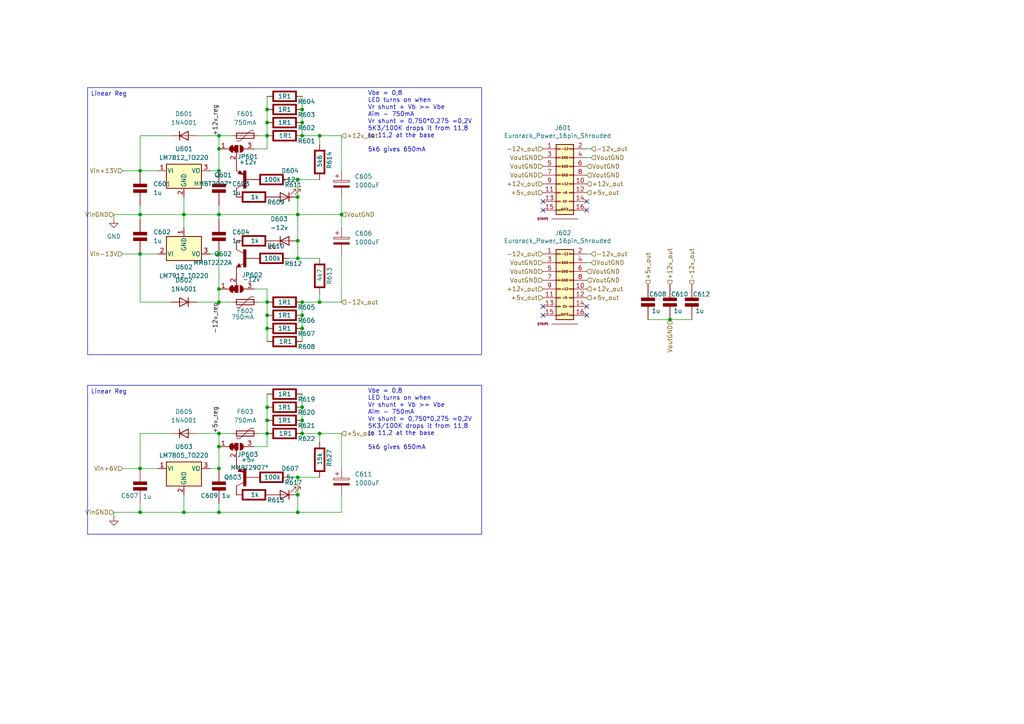
<source format=kicad_sch>
(kicad_sch (version 20231120) (generator "eeschema") (generator_version "8.0")
  (paper "A4")
  (lib_symbols
    (symbol "Device:C_Polarized" (pin_numbers hide) (pin_names (offset 0.254))
      (property "Reference" "C" (at 0.635 2.54 0))
      (property "Value" "C_Polarized" (at 0.635 -2.54 0))
      (symbol "C_Polarized_0_1"
        (rectangle (start -2.286 0.508) (end 2.286 1.016))
        (polyline (pts (xy -1.778 2.286) (xy -0.762 2.286)))
        (polyline (pts (xy -1.27 2.794) (xy -1.27 1.778)))
        (rectangle (start 2.286 -0.508) (end -2.286 -1.016) (fill (type outline)))
      )
      (symbol "C_Polarized_1_1"
        (pin passive line (at 0 3.81 270) (length 2.794) (name "~") (number "1"))
        (pin passive line (at 0 -3.81 90) (length 2.794) (name "~") (number "2"))
      )
    )
    (symbol "Device:LED" (pin_numbers hide) (pin_names (offset 1.016) hide)
      (property "Reference" "D" (at 0 2.54 0))
      (property "Value" "LED" (at 0 -2.54 0))
      (symbol "LED_0_1"
        (polyline (pts (xy -1.27 -1.27) (xy -1.27 1.27)) (stroke (width 0.254)))
        (polyline (pts (xy -1.27 0) (xy 1.27 0)))
        (polyline (pts (xy 1.27 -1.27) (xy 1.27 1.27) (xy -1.27 0) (xy 1.27 -1.27)) (stroke (width 0.254)))
        (polyline (pts (xy -3.048 -0.762) (xy -4.572 -2.286) (xy -3.81 -2.286) (xy -4.572 -2.286) (xy -4.572 -1.524)))
        (polyline (pts (xy -1.778 -0.762) (xy -3.302 -2.286) (xy -2.54 -2.286) (xy -3.302 -2.286) (xy -3.302 -1.524)))
      )
      (symbol "LED_1_1"
        (pin passive line (at -3.81 0 0) (length 2.54) (name "K") (number "1"))
        (pin passive line (at 3.81 0 180) (length 2.54) (name "A") (number "2"))
      )
    )
    (symbol "Device:Polyfuse" (pin_numbers hide) (pin_names (offset 0))
      (property "Reference" "F" (at -2.54 0 90))
      (property "Value" "Polyfuse" (at 2.54 0 90))
      (symbol "Polyfuse_0_1"
        (rectangle (start -0.762 2.54) (end 0.762 -2.54) (stroke (width 0.254)))
        (polyline (pts (xy 0 2.54) (xy 0 -2.54)))
        (polyline (pts (xy -1.524 2.54) (xy -1.524 1.524) (xy 1.524 -1.524) (xy 1.524 -2.54)))
      )
      (symbol "Polyfuse_1_1"
        (pin passive line (at 0 3.81 270) (length 1.27) (name "~") (number "1"))
        (pin passive line (at 0 -3.81 90) (length 1.27) (name "~") (number "2"))
      )
    )
    (symbol "Diode:1N4001" (pin_numbers hide) (pin_names hide)
      (property "Reference" "D" (at 0 2.54 0))
      (property "Value" "1N4001" (at 0 -2.54 0))
      (symbol "1N4001_0_1"
        (polyline (pts (xy -1.27 1.27) (xy -1.27 -1.27)) (stroke (width 0.254)))
        (polyline (pts (xy 1.27 0) (xy -1.27 0)))
        (polyline (pts (xy 1.27 1.27) (xy 1.27 -1.27) (xy -1.27 0) (xy 1.27 1.27)) (stroke (width 0.254)))
      )
      (symbol "1N4001_1_1"
        (pin passive line (at -3.81 0 0) (length 2.54) (name "K") (number "1"))
        (pin passive line (at 3.81 0 180) (length 2.54) (name "A") (number "2"))
      )
    )
    (symbol "Eurorack_Power_16pin_Shrouded_1" (pin_names (offset 0.0254) hide)
      (property "Reference" "J601" (at -0.508 14.986 0))
      (property "Value" "Eurorack_Power_16pin_Shrouded" (at -2.1067 12.7 0))
      (symbol "Eurorack_Power_16pin_Shrouded_1_0_0"
        (text "+12" (at 0 -1.27 0) (effects (font (size 0.635 0.635))))
        (text "+5" (at 0 -3.81 0) (effects (font (size 0.635 0.635))))
        (text "-12" (at 0 8.89 0) (effects (font (size 0.635 0.635))))
        (text "CV" (at 0 -6.35 0) (effects (font (size 0.635 0.635))))
        (text "GATE" (at 0 -8.636 0) (effects (font (size 0.635 0.635))))
        (text "GND" (at 0 1.27 0) (effects (font (size 0.635 0.635))))
        (text "GND" (at 0 3.81 0) (effects (font (size 0.635 0.635))))
        (text "GND" (at 0 6.35 0) (effects (font (size 0.635 0.635))))
        (text "STRIPE" (at -6.35 -11.43 0) (effects (font (size 0.635 0.635))))
      )
      (symbol "Eurorack_Power_16pin_Shrouded_1_0_1"
        (rectangle (start -2.54 -8.763) (end -1.27 -9.017))
        (rectangle (start -2.54 -6.223) (end -1.27 -6.477))
        (rectangle (start -2.54 -3.683) (end -1.27 -3.937))
        (rectangle (start -2.54 -1.143) (end -1.27 -1.397))
        (rectangle (start -2.54 1.397) (end -1.27 1.143))
        (rectangle (start -2.54 3.937) (end -1.27 3.683))
        (rectangle (start -2.54 6.477) (end -1.27 6.223))
        (rectangle (start -2.54 9.017) (end -1.27 8.763))
        (rectangle (start -2.54 10.16) (end 2.54 -10.16) (stroke (width 0.254)) (fill (type background)))
        (polyline (pts (xy -3.81 -11.43) (xy 3.81 -11.43) (xy 1.27 -11.43)))
        (rectangle (start 1.27 -8.763) (end 2.54 -9.017))
        (rectangle (start 1.27 -6.223) (end 2.54 -6.477))
        (rectangle (start 1.27 -3.683) (end 2.54 -3.937))
        (rectangle (start 1.27 -1.143) (end 2.54 -1.397))
        (rectangle (start 1.27 1.397) (end 2.54 1.143))
        (rectangle (start 1.27 3.937) (end 2.54 3.683))
        (rectangle (start 1.27 6.477) (end 2.54 6.223))
        (rectangle (start 1.27 9.017) (end 2.54 8.763))
      )
      (symbol "Eurorack_Power_16pin_Shrouded_1_1_1"
        (pin passive line (at -6.35 8.89 0) (length 3.81) (name "P1") (number "1"))
        (pin passive line (at 6.35 -1.27 180) (length 3.81) (name "GND") (number "10"))
        (pin passive line (at -6.35 -3.81 0) (length 3.81) (name "GND") (number "11"))
        (pin passive line (at 6.35 -3.81 180) (length 3.81) (name "GND") (number "12"))
        (pin passive line (at -6.35 -6.35 0) (length 3.81) (name "-12") (number "13"))
        (pin passive line (at 6.35 -6.35 180) (length 3.81) (name "-12V") (number "14"))
        (pin passive line (at -6.35 -8.89 0) (length 3.81) (name "-12V") (number "15"))
        (pin passive line (at 6.35 -8.89 180) (length 3.81) (name "P16") (number "16"))
        (pin passive line (at 6.35 8.89 180) (length 3.81) (name "P2") (number "2"))
        (pin passive line (at -6.35 6.35 0) (length 3.81) (name "P3") (number "3"))
        (pin passive line (at 6.35 6.35 180) (length 3.81) (name "P4") (number "4"))
        (pin passive line (at -6.35 3.81 0) (length 3.81) (name "+12V") (number "5"))
        (pin passive line (at 6.35 3.81 180) (length 3.81) (name "P6") (number "6"))
        (pin passive line (at -6.35 1.27 0) (length 3.81) (name "12V") (number "7"))
        (pin passive line (at 6.35 1.27 180) (length 3.81) (name "+12V") (number "8"))
        (pin passive line (at -6.35 -1.27 0) (length 3.81) (name "GND") (number "9"))
      )
    )
    (symbol "Jumper:SolderJumper_3_Bridged12" (pin_names (offset 0) hide) (exclude_from_sim yes) (in_bom no)
      (property "Reference" "JP" (at -2.54 -2.54 0))
      (property "Value" "SolderJumper_3_Bridged12" (at 0 2.794 0))
      (symbol "SolderJumper_3_Bridged12_0_1"
        (rectangle (start -1.016 0.508) (end -0.508 -0.508) (fill (type outline)))
        (arc (start -1.016 1.016) (mid -2.0276 0) (end -1.016 -1.016))
        (arc (start -1.016 1.016) (mid -2.0276 0) (end -1.016 -1.016) (fill (type outline)))
        (rectangle (start -0.508 1.016) (end 0.508 -1.016) (fill (type outline)))
        (polyline (pts (xy -2.54 0) (xy -2.032 0)))
        (polyline (pts (xy -1.016 1.016) (xy -1.016 -1.016)))
        (polyline (pts (xy 0 -1.27) (xy 0 -1.016)))
        (polyline (pts (xy 1.016 1.016) (xy 1.016 -1.016)))
        (polyline (pts (xy 2.54 0) (xy 2.032 0)))
        (arc (start 1.016 -1.016) (mid 2.0276 0) (end 1.016 1.016))
        (arc (start 1.016 -1.016) (mid 2.0276 0) (end 1.016 1.016) (fill (type outline)))
      )
      (symbol "SolderJumper_3_Bridged12_1_1"
        (pin passive line (at -5.08 0 0) (length 2.54) (name "A") (number "1"))
        (pin passive line (at 0 -3.81 90) (length 2.54) (name "C") (number "2"))
        (pin passive line (at 5.08 0 180) (length 2.54) (name "B") (number "3"))
      )
    )
    (symbol "MMBT2222A:MMBT2222A" (pin_numbers hide) (pin_names (offset 1.016) hide)
      (property "Reference" "Q" (at -10.1854 7.6454 0))
      (property "Value" "MMBT2222A" (at -10.1854 5.08 0))
      (symbol "MMBT2222A_0_0"
        (rectangle (start -0.254 -2.54) (end 0.508 2.54) (fill (type outline)))
        (polyline (pts (xy 1.27 -2.54) (xy 1.778 -1.524)) (stroke (width 0.1524)))
        (polyline (pts (xy 1.524 -2.413) (xy 2.286 -2.413)) (stroke (width 0.254)))
        (polyline (pts (xy 1.524 -2.286) (xy 1.905 -2.286)) (stroke (width 0.254)))
        (polyline (pts (xy 1.5494 -2.032) (xy 0.3048 -1.4224)) (stroke (width 0.1524)))
        (polyline (pts (xy 1.778 -1.778) (xy 1.524 -2.286)) (stroke (width 0.254)))
        (polyline (pts (xy 1.778 -1.524) (xy 2.54 -2.54)) (stroke (width 0.1524)))
        (polyline (pts (xy 1.905 -2.286) (xy 1.778 -2.032)) (stroke (width 0.254)))
        (polyline (pts (xy 2.286 -2.413) (xy 1.778 -1.778)) (stroke (width 0.254)))
        (polyline (pts (xy 2.54 -2.54) (xy 1.27 -2.54)) (stroke (width 0.1524)))
        (polyline (pts (xy 2.54 2.54) (xy 0.508 1.524)) (stroke (width 0.1524)))
        (pin passive line (at -2.54 0 0) (length 2.54) (name "B") (number "1"))
        (pin passive line (at 2.54 -5.08 90) (length 2.54) (name "E") (number "2"))
        (pin passive line (at 2.54 5.08 270) (length 2.54) (name "C") (number "3"))
      )
    )
    (symbol "MMBT2907_:MMBT2907*" (pin_numbers hide) (pin_names (offset 1.016) hide)
      (property "Reference" "Q" (at -10.16 7.62 0))
      (property "Value" "MMBT2907*" (at -10.1854 5.1054 0))
      (symbol "MMBT2907*_0_0"
        (rectangle (start -0.254 -2.54) (end 0.508 2.54) (fill (type outline)))
        (polyline (pts (xy 0.508 1.4732) (xy 2.0828 1.6764)) (stroke (width 0.1524)))
        (polyline (pts (xy 0.762 1.651) (xy 1.778 1.778)) (stroke (width 0.254)))
        (polyline (pts (xy 1.143 1.905) (xy 1.524 1.905)) (stroke (width 0.254)))
        (polyline (pts (xy 1.524 2.159) (xy 1.143 1.905)) (stroke (width 0.254)))
        (polyline (pts (xy 1.524 2.413) (xy 0.762 1.651)) (stroke (width 0.254)))
        (polyline (pts (xy 1.5748 2.5908) (xy 0.508 1.4732)) (stroke (width 0.1524)))
        (polyline (pts (xy 1.778 1.778) (xy 1.524 2.159)) (stroke (width 0.254)))
        (polyline (pts (xy 1.905 1.778) (xy 1.524 2.413)) (stroke (width 0.254)))
        (polyline (pts (xy 2.0828 1.6764) (xy 1.5748 2.5908)) (stroke (width 0.1524)))
        (polyline (pts (xy 2.54 -2.54) (xy 0.508 -1.524)) (stroke (width 0.1524)))
        (polyline (pts (xy 2.54 2.54) (xy 1.8034 2.1336)) (stroke (width 0.1524)))
        (pin passive line (at -2.54 0 0) (length 2.54) (name "B") (number "1"))
        (pin passive line (at 2.54 5.08 270) (length 2.54) (name "E") (number "2"))
        (pin passive line (at 2.54 -5.08 90) (length 2.54) (name "C") (number "3"))
      )
    )
    (symbol "PCM_Elektuur:C" (pin_numbers hide) (pin_names (offset 0) hide)
      (property "Reference" "C" (at 0.635 3.175 0))
      (property "Value" "C" (at 0.635 -3.175 0))
      (symbol "C_1_1"
        (rectangle (start -1.905 -0.4318) (end 1.905 -1.1938) (stroke (width 0.254)) (fill (type outline)))
        (rectangle (start -1.905 1.1938) (end 1.905 0.4318) (stroke (width 0.254)) (fill (type outline)))
        (pin passive line (at 0 5.08 270) (length 3.8862) (name "+") (number "1"))
        (pin passive line (at 0 -5.08 90) (length 3.8862) (name "-") (number "2"))
      )
      (symbol "C_1_2"
        (polyline (pts (xy -1.905 -1.4986) (xy 1.905 -1.4986) (xy 1.905 -0.4318) (xy -1.905 -0.4318) (xy -1.905 -1.4986) (xy -1.8034 -1.397) (xy -1.8034 -0.5334) (xy 1.8034 -0.5334) (xy 1.8034 -1.397) (xy -1.8034 -1.397) (xy -1.905 -1.4986)) (stroke (width 0.254)) (fill (type outline)))
        (polyline (pts (xy -1.905 0.4318) (xy 1.905 0.4318) (xy 1.905 1.4986) (xy -1.905 1.4986) (xy -1.905 0.4318) (xy -1.8034 0.5334) (xy -1.8034 1.397) (xy 1.8034 1.397) (xy 1.8034 0.5334) (xy -1.8034 0.5334) (xy -1.905 0.4318)) (stroke (width 0.254)) (fill (type outline)))
        (pin passive line (at 0 5.08 270) (length 3.5814) (name "+") (number "1"))
        (pin passive line (at 0 -5.08 90) (length 3.5814) (name "-") (number "2"))
      )
    )
    (symbol "PCM_Elektuur:R" (pin_numbers hide) (pin_names (offset 0) hide)
      (property "Reference" "R" (at 2.54 3.175 0))
      (property "Value" "R" (at 0 0 90))
      (symbol "R_1_1"
        (polyline (pts (xy -1.524 -3.429) (xy 1.524 -3.429) (xy 1.524 3.429) (xy -1.524 3.429) (xy -1.524 -3.429) (xy -1.27 -3.175) (xy -1.27 3.175) (xy 1.27 3.175) (xy 1.27 -3.175) (xy -1.27 -3.175) (xy -1.524 -3.429)) (stroke (width 0.254)) (fill (type outline)))
        (pin passive line (at 0 5.08 270) (length 1.651) (name "+") (number "1"))
        (pin passive line (at 0 -5.08 90) (length 1.651) (name "-") (number "2"))
      )
      (symbol "R_1_2"
        (polyline (pts (xy -0.508 -3.429) (xy 1.524 -3.429) (xy 1.524 3.429) (xy -0.508 3.429) (xy -0.508 3.175) (xy 1.27 3.175) (xy 1.27 -3.175) (xy -0.508 -3.175) (xy -0.508 -3.429)) (stroke (width 0.254)) (fill (type outline)))
        (pin passive line (at 0 5.08 270) (length 1.651) (name "+") (number "1"))
        (pin passive line (at 0 -5.08 90) (length 1.651) (name "-") (number "2"))
      )
      (symbol "R_1_3"
        (polyline (pts (xy 0 3.4798) (xy 0 3.2004) (xy 0.7112 2.794) (xy -1.1938 1.6764) (xy 0.7112 0.5588) (xy -1.1938 -0.5588) (xy 0.7112 -1.6764) (xy -1.1938 -2.794) (xy 0 -3.4798) (xy 0 -3.2004) (xy -0.7112 -2.794) (xy 1.1938 -1.6764) (xy -0.7112 -0.5588) (xy 1.1938 0.5588) (xy -0.7112 1.6764) (xy 1.1938 2.794) (xy 0 3.4798)) (stroke (width 0.254)) (fill (type outline)))
        (pin passive line (at 0 5.08 270) (length 1.6002) (name "+") (number "1"))
        (pin passive line (at 0 -5.08 90) (length 1.6002) (name "-") (number "2"))
      )
      (symbol "R_1_4"
        (polyline (pts (xy 0 4.5466) (xy 0 4.2672) (xy 0.0508 4.2418) (xy 1.016 3.683) (xy -1.524 2.2098) (xy 1.016 0.7366) (xy -1.524 -0.7366) (xy 1.016 -2.2098) (xy -1.524 -3.683) (xy -0.0762 -4.5212) (xy 0 -4.5466) (xy 0 -4.2672) (xy -0.0508 -4.2418) (xy -1.016 -3.683) (xy 1.524 -2.2098) (xy -1.016 -0.7366) (xy 1.524 0.7366) (xy -1.016 2.2098) (xy 1.524 3.683) (xy 0.0762 4.5212) (xy 0 4.5466)) (stroke (width 0.254)) (fill (type outline)))
        (pin passive line (at 0 5.08 270) (length 0.5334) (name "+") (number "1"))
        (pin passive line (at 0 -5.08 90) (length 0.5334) (name "-") (number "2"))
      )
    )
    (symbol "Regulator_Linear:LM7812_TO220" (pin_names (offset 0.254))
      (property "Reference" "U" (at -3.81 3.175 0))
      (property "Value" "LM7812_TO220" (at 0 3.175 0))
      (symbol "LM7812_TO220_0_1"
        (rectangle (start -5.08 1.905) (end 5.08 -5.08) (stroke (width 0.254)) (fill (type background)))
      )
      (symbol "LM7812_TO220_1_1"
        (pin power_in line (at -7.62 0 0) (length 2.54) (name "VI") (number "1"))
        (pin power_in line (at 0 -7.62 90) (length 2.54) (name "GND") (number "2"))
        (pin power_out line (at 7.62 0 180) (length 2.54) (name "VO") (number "3"))
      )
    )
    (symbol "Regulator_Linear:LM7912_TO220" (pin_names (offset 0.254))
      (property "Reference" "U" (at -3.81 -3.175 0))
      (property "Value" "LM7912_TO220" (at 0 -3.175 0))
      (symbol "LM7912_TO220_0_1"
        (rectangle (start -5.08 5.08) (end 5.08 -1.905) (stroke (width 0.254)) (fill (type background)))
      )
      (symbol "LM7912_TO220_1_1"
        (pin power_in line (at 0 7.62 270) (length 2.54) (name "GND") (number "1"))
        (pin power_in line (at -7.62 0 0) (length 2.54) (name "VI") (number "2"))
        (pin power_out line (at 7.62 0 180) (length 2.54) (name "VO") (number "3"))
      )
    )
    (symbol "power:GND" (power) (pin_numbers hide) (pin_names (offset 0) hide)
      (property "Value" "GND" (at 0 -3.81 0))
      (symbol "GND_0_1"
        (polyline (pts (xy 0 0) (xy 0 -1.27) (xy 1.27 -1.27) (xy 0 -2.54) (xy -1.27 -1.27) (xy 0 -1.27)))
      )
      (symbol "GND_1_1"
        (pin power_in line (at 0 0 270) (length 0) (name "~") (number "1"))
      )
    )
  )
  (junction (at 87.63 39.37))
  (junction (at 92.71 125.73))
  (junction (at 87.63 35.56))
  (junction (at 77.47 95.25))
  (junction (at 63.5 87.63))
  (junction (at 63.5 129.54))
  (junction (at 63.5 148.59))
  (junction (at 194.31 92.71))
  (junction (at 40.64 148.59))
  (junction (at 40.64 49.53))
  (junction (at 86.36 138.43))
  (junction (at 77.47 35.56))
  (junction (at 40.64 62.23))
  (junction (at 77.47 118.11))
  (junction (at 77.47 125.73))
  (junction (at 86.36 52.07))
  (junction (at 63.5 125.73))
  (junction (at 63.5 83.82))
  (junction (at 92.71 39.37))
  (junction (at 53.34 62.23))
  (junction (at 53.34 148.59))
  (junction (at 63.5 135.89))
  (junction (at 40.64 135.89))
  (junction (at 87.63 95.25))
  (junction (at 92.71 87.63))
  (junction (at 87.63 87.63))
  (junction (at 77.47 31.75))
  (junction (at 86.36 74.93))
  (junction (at 63.5 39.37))
  (junction (at 86.36 148.59))
  (junction (at 87.63 91.44))
  (junction (at 63.5 43.18))
  (junction (at 40.64 73.66))
  (junction (at 87.63 31.75))
  (junction (at 86.36 143.51))
  (junction (at 86.36 57.15))
  (junction (at 86.36 62.23))
  (junction (at 99.06 62.23))
  (junction (at 77.47 87.63))
  (junction (at 87.63 121.92))
  (junction (at 77.47 91.44))
  (junction (at 87.63 118.11))
  (junction (at 77.47 121.92))
  (junction (at 63.5 62.23))
  (junction (at 86.36 69.85))
  (junction (at 77.47 39.37))
  (junction (at 63.5 49.53))
  (junction (at 87.63 125.73))
  (junction (at 63.5 73.66))
  (no_connect (at 157.48 91.44))
  (no_connect (at 157.48 60.96))
  (no_connect (at 170.18 58.42))
  (no_connect (at 157.48 88.9))
  (no_connect (at 170.18 91.44))
  (no_connect (at 170.18 88.9))
  (no_connect (at 157.48 58.42))
  (no_connect (at 170.18 60.96))
  (wire (pts (xy 92.71 39.37) (xy 92.71 41.91)))
  (wire (pts (xy 63.5 62.23) (xy 63.5 63.5)))
  (wire (pts (xy 77.47 114.3) (xy 77.47 118.11)))
  (wire (pts (xy 63.5 87.63) (xy 67.31 87.63)))
  (wire (pts (xy 83.82 52.07) (xy 86.36 52.07)))
  (wire (pts (xy 86.36 138.43) (xy 86.36 143.51)))
  (wire (pts (xy 33.02 63.5) (xy 33.02 62.23)))
  (wire (pts (xy 77.47 118.11) (xy 77.47 121.92)))
  (wire (pts (xy 63.5 129.54) (xy 63.5 135.89)))
  (wire (pts (xy 63.5 87.63) (xy 63.5 83.82)))
  (wire (pts (xy 86.36 62.23) (xy 86.36 69.85)))
  (wire (pts (xy 53.34 62.23) (xy 53.34 66.04)))
  (wire (pts (xy 49.53 39.37) (xy 40.64 39.37)))
  (wire (pts (xy 187.96 92.71) (xy 194.31 92.71)))
  (wire (pts (xy 57.15 87.63) (xy 63.5 87.63)))
  (wire (pts (xy 87.63 91.44) (xy 87.63 95.25)))
  (wire (pts (xy 87.63 31.75) (xy 87.63 35.56)))
  (wire (pts (xy 99.06 135.89) (xy 99.06 125.73)))
  (wire (pts (xy 60.96 135.89) (xy 63.5 135.89)))
  (wire (pts (xy 83.82 138.43) (xy 86.36 138.43)))
  (wire (pts (xy 73.66 43.18) (xy 77.47 43.18)))
  (wire (pts (xy 86.36 52.07) (xy 86.36 57.15)))
  (wire (pts (xy 87.63 95.25) (xy 87.63 99.06)))
  (wire (pts (xy 194.31 92.71) (xy 200.66 92.71)))
  (wire (pts (xy 63.5 125.73) (xy 63.5 129.54)))
  (wire (pts (xy 77.47 87.63) (xy 77.47 91.44)))
  (wire (pts (xy 63.5 125.73) (xy 67.31 125.73)))
  (wire (pts (xy 63.5 146.05) (xy 63.5 148.59)))
  (wire (pts (xy 53.34 62.23) (xy 63.5 62.23)))
  (wire (pts (xy 86.36 57.15) (xy 86.36 62.23)))
  (wire (pts (xy 86.36 62.23) (xy 99.06 62.23)))
  (wire (pts (xy 99.06 62.23) (xy 99.06 66.04)))
  (wire (pts (xy 92.71 125.73) (xy 92.71 128.27)))
  (wire (pts (xy 63.5 59.69) (xy 63.5 62.23)))
  (wire (pts (xy 74.93 39.37) (xy 77.47 39.37)))
  (wire (pts (xy 40.64 39.37) (xy 40.64 49.53)))
  (wire (pts (xy 35.56 135.89) (xy 40.64 135.89)))
  (wire (pts (xy 63.5 62.23) (xy 86.36 62.23)))
  (wire (pts (xy 33.02 62.23) (xy 40.64 62.23)))
  (wire (pts (xy 92.71 39.37) (xy 87.63 39.37)))
  (wire (pts (xy 99.06 39.37) (xy 92.71 39.37)))
  (wire (pts (xy 40.64 49.53) (xy 45.72 49.53)))
  (wire (pts (xy 99.06 57.15) (xy 99.06 62.23)))
  (wire (pts (xy 171.45 43.18) (xy 170.18 43.18)))
  (wire (pts (xy 53.34 148.59) (xy 63.5 148.59)))
  (wire (pts (xy 171.45 76.2) (xy 170.18 76.2)))
  (wire (pts (xy 92.71 87.63) (xy 87.63 87.63)))
  (wire (pts (xy 40.64 59.69) (xy 40.64 62.23)))
  (wire (pts (xy 99.06 143.51) (xy 99.06 148.59)))
  (wire (pts (xy 40.64 146.05) (xy 40.64 148.59)))
  (wire (pts (xy 171.45 73.66) (xy 170.18 73.66)))
  (wire (pts (xy 86.36 52.07) (xy 92.71 52.07)))
  (wire (pts (xy 87.63 87.63) (xy 87.63 91.44)))
  (wire (pts (xy 49.53 87.63) (xy 40.64 87.63)))
  (wire (pts (xy 53.34 57.15) (xy 53.34 62.23)))
  (wire (pts (xy 40.64 135.89) (xy 45.72 135.89)))
  (wire (pts (xy 63.5 39.37) (xy 67.31 39.37)))
  (wire (pts (xy 63.5 83.82) (xy 63.5 73.66)))
  (wire (pts (xy 73.66 129.54) (xy 77.47 129.54)))
  (wire (pts (xy 77.47 31.75) (xy 77.47 35.56)))
  (wire (pts (xy 77.47 121.92) (xy 77.47 125.73)))
  (wire (pts (xy 77.47 27.94) (xy 77.47 31.75)))
  (wire (pts (xy 63.5 148.59) (xy 86.36 148.59)))
  (wire (pts (xy 40.64 148.59) (xy 53.34 148.59)))
  (wire (pts (xy 35.56 73.66) (xy 40.64 73.66)))
  (wire (pts (xy 99.06 49.53) (xy 99.06 39.37)))
  (wire (pts (xy 74.93 125.73) (xy 77.47 125.73)))
  (wire (pts (xy 99.06 87.63) (xy 92.71 87.63)))
  (wire (pts (xy 87.63 35.56) (xy 87.63 39.37)))
  (wire (pts (xy 77.47 91.44) (xy 77.47 95.25)))
  (wire (pts (xy 87.63 27.94) (xy 87.63 31.75)))
  (wire (pts (xy 86.36 138.43) (xy 92.71 138.43)))
  (wire (pts (xy 57.15 39.37) (xy 63.5 39.37)))
  (wire (pts (xy 74.93 87.63) (xy 77.47 87.63)))
  (wire (pts (xy 99.06 73.66) (xy 99.06 87.63)))
  (wire (pts (xy 40.64 62.23) (xy 53.34 62.23)))
  (wire (pts (xy 60.96 73.66) (xy 63.5 73.66)))
  (wire (pts (xy 40.64 62.23) (xy 40.64 63.5)))
  (wire (pts (xy 87.63 118.11) (xy 87.63 121.92)))
  (wire (pts (xy 73.66 83.82) (xy 77.47 83.82)))
  (wire (pts (xy 87.63 114.3) (xy 87.63 118.11)))
  (wire (pts (xy 57.15 125.73) (xy 63.5 125.73)))
  (wire (pts (xy 86.36 74.93) (xy 86.36 69.85)))
  (wire (pts (xy 92.71 85.09) (xy 92.71 87.63)))
  (wire (pts (xy 83.82 74.93) (xy 86.36 74.93)))
  (wire (pts (xy 49.53 125.73) (xy 40.64 125.73)))
  (wire (pts (xy 87.63 121.92) (xy 87.63 125.73)))
  (wire (pts (xy 77.47 95.25) (xy 77.47 99.06)))
  (wire (pts (xy 77.47 129.54) (xy 77.47 125.73)))
  (wire (pts (xy 33.02 148.59) (xy 40.64 148.59)))
  (wire (pts (xy 33.02 149.86) (xy 33.02 148.59)))
  (wire (pts (xy 53.34 143.51) (xy 53.34 148.59)))
  (wire (pts (xy 40.64 73.66) (xy 45.72 73.66)))
  (wire (pts (xy 99.06 125.73) (xy 92.71 125.73)))
  (wire (pts (xy 92.71 125.73) (xy 87.63 125.73)))
  (wire (pts (xy 60.96 49.53) (xy 63.5 49.53)))
  (wire (pts (xy 40.64 87.63) (xy 40.64 73.66)))
  (wire (pts (xy 171.45 45.72) (xy 170.18 45.72)))
  (wire (pts (xy 63.5 43.18) (xy 63.5 49.53)))
  (wire (pts (xy 35.56 49.53) (xy 40.64 49.53)))
  (wire (pts (xy 77.47 43.18) (xy 77.47 39.37)))
  (wire (pts (xy 77.47 83.82) (xy 77.47 87.63)))
  (wire (pts (xy 86.36 143.51) (xy 86.36 148.59)))
  (wire (pts (xy 86.36 74.93) (xy 92.71 74.93)))
  (wire (pts (xy 77.47 35.56) (xy 77.47 39.37)))
  (wire (pts (xy 40.64 125.73) (xy 40.64 135.89)))
  (wire (pts (xy 63.5 39.37) (xy 63.5 43.18)))
  (wire (pts (xy 86.36 148.59) (xy 99.06 148.59)))
  (text_box "Linear Reg" (at 25.4 25.4 0) (size 114.3 77.47) (effects (font (size 1.27 1.27)) (justify left top)))
  (text_box "Linear Reg" (at 25.4 111.76 0) (size 114.3 43.18) (effects (font (size 1.27 1.27)) (justify left top)))
  (text "Vbe = 0,8\nLED turns on when \nVr shunt + Vb >= Vbe\nAim - 750mA\nVr shunt = 0,750*0,275 =0,2V \n5K3/100K drops it from 11,8 \nto 11,2 at the base \n\n5k6 gives 650mA" (at 106.68 35.306 0) (effects (font (size 1.27 1.27)) (justify left)))
  (text "Vbe = 0,8\nLED turns on when \nVr shunt + Vb >= Vbe\nAim - 750mA\nVr shunt = 0,750*0,275 =0,2V \n5K3/100K drops it from 11,8 \nto 11,2 at the base \n\n5k6 gives 650mA" (at 106.68 121.666 0) (effects (font (size 1.27 1.27)) (justify left)))
  (label "-12v_reg" (at 63.5 87.63 270))
  (label "+12v_reg" (at 63.5 39.37 90))
  (label "+5v_reg" (at 63.5 125.73 90))
  (hierarchical_label "-12v_out" (shape input) (at 99.06 87.63 0))
  (hierarchical_label "Vin+6V" (shape input) (at 35.56 135.89 180))
  (hierarchical_label "+12v_out" (shape input) (at 170.18 53.34 0))
  (hierarchical_label "-12v_out" (shape input) (at 157.48 73.66 180))
  (hierarchical_label "VoutGND" (shape input) (at 171.45 45.72 0))
  (hierarchical_label "VoutGND" (shape input) (at 157.48 50.8 180))
  (hierarchical_label "+5v_out" (shape input) (at 170.18 86.36 0))
  (hierarchical_label "VoutGND" (shape input) (at 157.48 45.72 180))
  (hierarchical_label "+5v_out" (shape input) (at 99.06 125.73 0))
  (hierarchical_label "VoutGND" (shape input) (at 170.18 81.28 0))
  (hierarchical_label "+12v_out" (shape input) (at 99.06 39.37 0))
  (hierarchical_label "+5v_out" (shape input) (at 157.48 86.36 180))
  (hierarchical_label "VoutGND" (shape input) (at 157.48 78.74 180))
  (hierarchical_label "+5v_out" (shape input) (at 170.18 55.88 0))
  (hierarchical_label "VoutGND" (shape input) (at 157.48 76.2 180))
  (hierarchical_label "VoutGND" (shape input) (at 157.48 48.26 180))
  (hierarchical_label "-12v_out" (shape input) (at 157.48 43.18 180))
  (hierarchical_label "+5v_out" (shape input) (at 187.96 82.55 90))
  (hierarchical_label "VoutGND" (shape input) (at 99.06 62.23 0))
  (hierarchical_label "VoutGND" (shape input) (at 157.48 81.28 180))
  (hierarchical_label "+12v_out" (shape input) (at 194.31 82.55 90))
  (hierarchical_label "+12v_out" (shape input) (at 157.48 83.82 180))
  (hierarchical_label "VinGND" (shape input) (at 33.02 62.23 180))
  (hierarchical_label "VoutGND" (shape input) (at 194.31 92.71 270))
  (hierarchical_label "-12v_out" (shape input) (at 200.66 82.55 90))
  (hierarchical_label "VinGND" (shape input) (at 33.02 148.59 180))
  (hierarchical_label "-12v_out" (shape input) (at 171.45 73.66 0))
  (hierarchical_label "VoutGND" (shape input) (at 170.18 78.74 0))
  (hierarchical_label "+5v_out" (shape input) (at 157.48 55.88 180))
  (hierarchical_label "Vin+13V" (shape input) (at 35.56 49.53 180))
  (hierarchical_label "VoutGND" (shape input) (at 170.18 48.26 0))
  (hierarchical_label "-12v_out" (shape input) (at 171.45 43.18 0))
  (hierarchical_label "VoutGND" (shape input) (at 171.45 76.2 0))
  (hierarchical_label "Vin-13V" (shape input) (at 35.56 73.66 180))
  (hierarchical_label "VoutGND" (shape input) (at 170.18 50.8 0))
  (hierarchical_label "+12v_out" (shape input) (at 170.18 83.82 0))
  (hierarchical_label "+12v_out" (shape input) (at 157.48 53.34 180))
  (symbol (lib_id "PCM_Elektuur:C") (at 194.31 87.63 0) (unit 1)
    (property "Reference" "C610" (at 194.564 85.344 0) (effects (justify left)))
    (property "Value" "1u" (at 195.326 90.17 0) (effects (justify left)))
    (property "Footprint" "AJ_2024_Library:C_0805_AJ" (effects (hide yes)))
    (property "Description" "capacitor, non-polarized/bipolar" (effects (hide yes)))
    (property "Indicator" "+" (effects (hide yes)))
    (property "Rating" "V" (effects (hide yes)))
  )
  (symbol (lib_id "PCM_Elektuur:R") (at 82.55 39.37 90) (unit 1)
    (property "Reference" "R601" (at 88.9 40.894 90))
    (property "Value" "1R1" (at 82.804 39.37 90))
    (property "Footprint" "AJ_2024_Library:R_0805_AJ" (effects (hide yes)))
    (property "Description" "resistor" (effects (hide yes)))
    (property "Indicator" "+" (effects (hide yes)))
    (property "Rating" "W" (effects (hide yes)))
  )
  (symbol (lib_id "PCM_Elektuur:C") (at 63.5 140.97 0) (unit 1)
    (property "Reference" "C609" (at 58.166 143.764 0) (effects (justify left)))
    (property "Value" "1u" (at 64.262 143.764 0) (effects (justify left)))
    (property "Footprint" "AJ_2024_Library:C_0805_AJ" (effects (hide yes)))
    (property "Description" "capacitor, non-polarized/bipolar" (effects (hide yes)))
    (property "Indicator" "+" (effects (hide yes)))
    (property "Rating" "V" (effects (hide yes)))
  )
  (symbol (lib_id "Device:Polyfuse") (at 71.12 87.63 90) (unit 1)
    (property "Reference" "F602" (at 71.12 90.17 90))
    (property "Value" "750mA" (at 70.358 91.948 90))
    (property "Footprint" "Fuse:Fuse_1812_4532Metric" (effects (hide yes)))
    (property "Description" "Resettable fuse, polymeric positive temperature coefficient" (effects (hide yes)))
  )
  (symbol (lib_name "Eurorack_Power_16pin_Shrouded_1") (lib_id "PCM_4ms_Connector:Eurorack_Power_16pin_Shrouded") (at 163.83 82.55 0) (unit 1)
    (property "Reference" "J602" (at 163.322 67.564 0))
    (property "Value" "Eurorack_Power_16pin_Shrouded" (at 161.7233 69.85 0))
    (property "Footprint" "Connector_IDC:IDC-Header_2x08_P2.54mm_Vertical" (effects (hide yes)))
    (property "Description" "Header, Male Pins, 2*8, spacing 2.54mm, straight pin, shrouded and keyed" (effects (hide yes)))
    (property "Specifications" "Header, Male Pins, 2*8, spacing 2.54mm, straight pin, shrouded and keyed" (effects (hide yes)))
    (property "Manufacturer" "Cixi LanLing" (effects (hide yes)))
    (property "Part Number" "LL1007-1 (2*8 HITEMP)" (effects (hide yes)))
  )
  (symbol (lib_id "PCM_Elektuur:C") (at 187.96 87.63 0) (unit 1)
    (property "Reference" "C608" (at 188.214 85.344 0) (effects (justify left)))
    (property "Value" "1u" (at 188.976 90.17 0) (effects (justify left)))
    (property "Footprint" "AJ_2024_Library:C_0805_AJ" (effects (hide yes)))
    (property "Description" "capacitor, non-polarized/bipolar" (effects (hide yes)))
    (property "Indicator" "+" (effects (hide yes)))
    (property "Rating" "V" (effects (hide yes)))
  )
  (symbol (lib_id "Jumper:SolderJumper_3_Bridged12") (at 68.58 43.18 0) (unit 1) (exclude_from_sim yes) (in_bom no)
    (property "Reference" "JP601" (at 71.882 45.466 0))
    (property "Value" "+12v" (at 71.882 46.99 0))
    (property "Footprint" "Jumper:SolderJumper-3_P1.3mm_Bridged12_RoundedPad1.0x1.5mm_NumberLabels" (effects (hide yes)))
    (property "Description" "3-pole Solder Jumper, pins 1+2 closed/bridged" (effects (hide yes)))
  )
  (symbol (lib_id "Device:LED") (at 82.55 143.51 180) (unit 1)
    (property "Reference" "D607" (at 84.1375 135.89 0))
    (property "Value" "5v" (at 84.1375 138.43 0))
    (property "Footprint" "AJ_2024_Library:D_0805_AJ" (effects (hide yes)))
    (property "Description" "Light emitting diode" (effects (hide yes)))
  )
  (symbol (lib_id "PCM_Elektuur:R") (at 82.55 114.3 90) (unit 1)
    (property "Reference" "R619" (at 88.9 115.824 90))
    (property "Value" "1R1" (at 82.55 114.3 90))
    (property "Footprint" "AJ_2024_Library:R_0805_AJ" (effects (hide yes)))
    (property "Description" "resistor" (effects (hide yes)))
    (property "Indicator" "+" (effects (hide yes)))
    (property "Rating" "W" (effects (hide yes)))
  )
  (symbol (lib_id "Device:C_Polarized") (at 99.06 53.34 0) (unit 1)
    (property "Reference" "C605" (at 102.87 51.1809 0) (effects (justify left)))
    (property "Value" "1000uF" (at 102.87 53.7209 0) (effects (justify left)))
    (property "Footprint" "Capacitor_THT:CP_Radial_D10.0mm_P5.00mm" (effects (hide yes)))
    (property "Description" "Polarized capacitor" (effects (hide yes)))
  )
  (symbol (lib_id "PCM_Elektuur:R") (at 82.55 91.44 90) (unit 1)
    (property "Reference" "R606" (at 88.9 92.964 90))
    (property "Value" "1R1" (at 82.55 91.44 90))
    (property "Footprint" "AJ_2024_Library:R_0805_AJ" (effects (hide yes)))
    (property "Description" "resistor" (effects (hide yes)))
    (property "Indicator" "+" (effects (hide yes)))
    (property "Rating" "W" (effects (hide yes)))
  )
  (symbol (lib_id "PCM_Elektuur:R") (at 82.55 35.56 90) (unit 1)
    (property "Reference" "R602" (at 88.9 37.084 90))
    (property "Value" "1R1" (at 82.55 35.56 90))
    (property "Footprint" "AJ_2024_Library:R_0805_AJ" (effects (hide yes)))
    (property "Description" "resistor" (effects (hide yes)))
    (property "Indicator" "+" (effects (hide yes)))
    (property "Rating" "W" (effects (hide yes)))
  )
  (symbol (lib_id "Device:LED") (at 82.55 69.85 0) (unit 1)
    (property "Reference" "D603" (at 80.9625 63.5 0))
    (property "Value" "-12v" (at 80.9625 66.04 0))
    (property "Footprint" "AJ_2024_Library:D_0805_AJ" (effects (hide yes)))
    (property "Description" "Light emitting diode" (effects (hide yes)))
  )
  (symbol (lib_id "PCM_Elektuur:R") (at 73.66 57.15 90) (unit 1)
    (property "Reference" "R609" (at 80.01 58.674 90))
    (property "Value" "1k" (at 73.914 57.15 90))
    (property "Footprint" "AJ_2024_Library:R_0805_AJ" (effects (hide yes)))
    (property "Description" "resistor" (effects (hide yes)))
    (property "Indicator" "+" (effects (hide yes)))
    (property "Rating" "W" (effects (hide yes)))
  )
  (symbol (lib_id "Diode:1N4001") (at 53.34 125.73 0) (unit 1)
    (property "Reference" "D605" (at 53.34 119.38 0))
    (property "Value" "1N4001" (at 53.34 121.92 0))
    (property "Footprint" "Diode_THT:D_DO-41_SOD81_P10.16mm_Horizontal" (effects (hide yes)))
    (property "Datasheet" "http://www.vishay.com/docs/88503/1n4001.pdf" (effects (hide yes)))
    (property "Description" "50V 1A General Purpose Rectifier Diode, DO-41" (effects (hide yes)))
    (property "Sim.Device" "D" (effects (hide yes)))
    (property "Sim.Pins" "1=K 2=A" (effects (hide yes)))
  )
  (symbol (lib_id "PCM_Elektuur:R") (at 82.55 27.94 90) (unit 1)
    (property "Reference" "R604" (at 88.9 29.464 90))
    (property "Value" "1R1" (at 82.55 27.94 90))
    (property "Footprint" "AJ_2024_Library:R_0805_AJ" (effects (hide yes)))
    (property "Description" "resistor" (effects (hide yes)))
    (property "Indicator" "+" (effects (hide yes)))
    (property "Rating" "W" (effects (hide yes)))
  )
  (symbol (lib_id "PCM_Elektuur:C") (at 40.64 140.97 0) (unit 1)
    (property "Reference" "C607" (at 35.052 143.764 0) (effects (justify left)))
    (property "Value" "1u" (at 41.402 144.018 0) (effects (justify left)))
    (property "Footprint" "AJ_2024_Library:C_0805_AJ" (effects (hide yes)))
    (property "Description" "capacitor, non-polarized/bipolar" (effects (hide yes)))
    (property "Indicator" "+" (effects (hide yes)))
    (property "Rating" "V" (effects (hide yes)))
  )
  (symbol (lib_id "PCM_Elektuur:R") (at 92.71 80.01 180) (unit 1)
    (property "Reference" "R613" (at 95.504 80.01 90))
    (property "Value" "4k7" (at 92.71 79.756 90))
    (property "Footprint" "AJ_2024_Library:R_0805_AJ" (effects (hide yes)))
    (property "Description" "resistor" (effects (hide yes)))
    (property "Indicator" "+" (effects (hide yes)))
    (property "Rating" "W" (effects (hide yes)))
  )
  (symbol (lib_id "PCM_Elektuur:R") (at 82.55 95.25 90) (unit 1)
    (property "Reference" "R607" (at 88.9 96.774 90))
    (property "Value" "1R1" (at 82.55 95.25 90))
    (property "Footprint" "AJ_2024_Library:R_0805_AJ" (effects (hide yes)))
    (property "Description" "resistor" (effects (hide yes)))
    (property "Indicator" "+" (effects (hide yes)))
    (property "Rating" "W" (effects (hide yes)))
  )
  (symbol (lib_id "MMBT2222A:MMBT2222A") (at 71.12 74.93 0) (mirror y) (unit 1)
    (property "Reference" "Q602" (at 67.31 73.6599 0) (effects (justify left)))
    (property "Value" "MMBT2222A" (at 67.31 76.1999 0) (effects (justify left)))
    (property "Footprint" "Package_TO_SOT_SMD:SOT-23" (effects (hide yes)))
    (property "Datasheet" "Unavailable" (effects (hide yes)))
    (property "Field5" "None" (effects (hide yes)))
    (property "Field6" "ON" (effects (hide yes)))
    (property "Field8" "MMBT2222A" (effects (hide yes)))
    (property "Field9" "TO-236-3 Taitron" (effects (hide yes)))
  )
  (symbol (lib_id "PCM_Elektuur:R") (at 82.55 121.92 90) (unit 1)
    (property "Reference" "R621" (at 88.9 123.444 90))
    (property "Value" "1R1" (at 82.55 121.92 90))
    (property "Footprint" "AJ_2024_Library:R_0805_AJ" (effects (hide yes)))
    (property "Description" "resistor" (effects (hide yes)))
    (property "Indicator" "+" (effects (hide yes)))
    (property "Rating" "W" (effects (hide yes)))
  )
  (symbol (lib_id "Device:C_Polarized") (at 99.06 139.7 0) (unit 1)
    (property "Reference" "C611" (at 102.87 137.5409 0) (effects (justify left)))
    (property "Value" "1000uF" (at 102.87 140.0809 0) (effects (justify left)))
    (property "Footprint" "Capacitor_THT:CP_Radial_D10.0mm_P5.00mm" (effects (hide yes)))
    (property "Description" "Polarized capacitor" (effects (hide yes)))
  )
  (symbol (lib_id "PCM_Elektuur:R") (at 82.55 31.75 90) (unit 1)
    (property "Reference" "R603" (at 88.9 33.274 90))
    (property "Value" "1R1" (at 82.55 31.75 90))
    (property "Footprint" "AJ_2024_Library:R_0805_AJ" (effects (hide yes)))
    (property "Description" "resistor" (effects (hide yes)))
    (property "Indicator" "+" (effects (hide yes)))
    (property "Rating" "W" (effects (hide yes)))
  )
  (symbol (lib_id "Device:Polyfuse") (at 71.12 125.73 90) (unit 1)
    (property "Reference" "F603" (at 71.12 119.38 90))
    (property "Value" "750mA" (at 71.12 121.92 90))
    (property "Footprint" "Fuse:Fuse_1812_4532Metric" (effects (hide yes)))
    (property "Description" "Resettable fuse, polymeric positive temperature coefficient" (effects (hide yes)))
  )
  (symbol (lib_id "Diode:1N4001") (at 53.34 39.37 0) (unit 1)
    (property "Reference" "D601" (at 53.34 33.02 0))
    (property "Value" "1N4001" (at 53.34 35.56 0))
    (property "Footprint" "Diode_THT:D_DO-41_SOD81_P10.16mm_Horizontal" (effects (hide yes)))
    (property "Datasheet" "http://www.vishay.com/docs/88503/1n4001.pdf" (effects (hide yes)))
    (property "Description" "50V 1A General Purpose Rectifier Diode, DO-41" (effects (hide yes)))
    (property "Sim.Device" "D" (effects (hide yes)))
    (property "Sim.Pins" "1=K 2=A" (effects (hide yes)))
  )
  (symbol (lib_id "power:GND") (at 33.02 63.5 0) (unit 1)
    (property "Reference" "#PWR0601" (effects (hide yes)))
    (property "Value" "GND" (at 33.02 68.58 0))
    (property "Description" "Power symbol creates a global label with name \"GND\" , ground" (effects (hide yes)))
  )
  (symbol (lib_id "PCM_Elektuur:C") (at 63.5 54.61 0) (unit 1)
    (property "Reference" "C603" (at 67.31 53.3399 0) (effects (justify left)))
    (property "Value" "1u" (at 67.31 55.8799 0) (effects (justify left)))
    (property "Footprint" "AJ_2024_Library:C_0805_AJ" (effects (hide yes)))
    (property "Description" "capacitor, non-polarized/bipolar" (effects (hide yes)))
    (property "Indicator" "+" (effects (hide yes)))
    (property "Rating" "V" (effects (hide yes)))
  )
  (symbol (lib_id "PCM_Elektuur:R") (at 78.74 74.93 90) (unit 1)
    (property "Reference" "R612" (at 85.09 76.454 90))
    (property "Value" "100k" (at 78.994 74.93 90))
    (property "Footprint" "AJ_2024_Library:R_0805_AJ" (effects (hide yes)))
    (property "Description" "resistor" (effects (hide yes)))
    (property "Indicator" "+" (effects (hide yes)))
    (property "Rating" "W" (effects (hide yes)))
  )
  (symbol (lib_id "PCM_Elektuur:C") (at 40.64 54.61 0) (unit 1)
    (property "Reference" "C601" (at 44.45 53.3399 0) (effects (justify left)))
    (property "Value" "1u" (at 44.45 55.8799 0) (effects (justify left)))
    (property "Footprint" "AJ_2024_Library:C_0805_AJ" (effects (hide yes)))
    (property "Description" "capacitor, non-polarized/bipolar" (effects (hide yes)))
    (property "Indicator" "+" (effects (hide yes)))
    (property "Rating" "V" (effects (hide yes)))
  )
  (symbol (lib_id "Diode:1N4001") (at 53.34 87.63 180) (unit 1)
    (property "Reference" "D602" (at 53.34 81.28 0))
    (property "Value" "1N4001" (at 53.34 83.82 0))
    (property "Footprint" "Diode_THT:D_DO-41_SOD81_P10.16mm_Horizontal" (effects (hide yes)))
    (property "Datasheet" "http://www.vishay.com/docs/88503/1n4001.pdf" (effects (hide yes)))
    (property "Description" "50V 1A General Purpose Rectifier Diode, DO-41" (effects (hide yes)))
    (property "Sim.Device" "D" (effects (hide yes)))
    (property "Sim.Pins" "1=K 2=A" (effects (hide yes)))
  )
  (symbol (lib_id "Regulator_Linear:LM7912_TO220") (at 53.34 73.66 0) (unit 1)
    (property "Reference" "U602" (at 53.34 77.47 0))
    (property "Value" "LM7912_TO220" (at 53.34 80.01 0))
    (property "Footprint" "Package_TO_SOT_THT:TO-220-3_Vertical" (effects (hide yes)))
    (property "Datasheet" "hhttps://www.onsemi.com/pub/Collateral/MC7900-D.PDF" (effects (hide yes)))
    (property "Description" "Negative 1A 35V Linear Regulator, Fixed Output 12V, TO-220" (effects (hide yes)))
  )
  (symbol (lib_id "PCM_Elektuur:R") (at 82.55 87.63 90) (unit 1)
    (property "Reference" "R605" (at 88.9 89.154 90))
    (property "Value" "1R1" (at 82.55 87.63 90))
    (property "Footprint" "AJ_2024_Library:R_0805_AJ" (effects (hide yes)))
    (property "Description" "resistor" (effects (hide yes)))
    (property "Indicator" "+" (effects (hide yes)))
    (property "Rating" "W" (effects (hide yes)))
  )
  (symbol (lib_id "Jumper:SolderJumper_3_Bridged12") (at 68.58 129.54 0) (unit 1) (exclude_from_sim yes) (in_bom no)
    (property "Reference" "JP603" (at 71.882 131.826 0))
    (property "Value" "+5v" (at 71.882 133.35 0))
    (property "Footprint" "Jumper:SolderJumper-3_P1.3mm_Bridged12_RoundedPad1.0x1.5mm_NumberLabels" (effects (hide yes)))
    (property "Description" "3-pole Solder Jumper, pins 1+2 closed/bridged" (effects (hide yes)))
  )
  (symbol (lib_id "MMBT2907_:MMBT2907*") (at 71.12 52.07 0) (mirror y) (unit 1)
    (property "Reference" "Q601" (at 67.31 50.7745 0) (effects (justify left)))
    (property "Value" "MMBT2907*" (at 67.31 53.3145 0) (effects (justify left)))
    (property "Footprint" "Package_TO_SOT_SMD:SOT-23" (effects (hide yes)))
    (property "Datasheet" "Good" (effects (hide yes)))
    (property "Field5" "SOT-23-3 Fairchild Semiconductor" (effects (hide yes)))
    (property "Field6" "MMBT2907" (effects (hide yes)))
    (property "Field7" "MMBT2907 Series 40 V CE Breakdown 0.8 A PNP General Purpose Amplifier - SOT-23" (effects (hide yes)))
    (property "Field8" "ON Semiconductor" (effects (hide yes)))
    (property "Field9" "0.06 USD" (effects (hide yes)))
  )
  (symbol (lib_id "PCM_Elektuur:R") (at 73.66 69.85 90) (unit 1)
    (property "Reference" "R610" (at 80.01 71.374 90))
    (property "Value" "1k" (at 73.914 69.85 90))
    (property "Footprint" "AJ_2024_Library:R_0805_AJ" (effects (hide yes)))
    (property "Description" "resistor" (effects (hide yes)))
    (property "Indicator" "+" (effects (hide yes)))
    (property "Rating" "W" (effects (hide yes)))
  )
  (symbol (lib_id "Jumper:SolderJumper_3_Bridged12") (at 68.58 83.82 0) (mirror x) (unit 1) (exclude_from_sim yes) (in_bom no)
    (property "Reference" "JP602" (at 73.152 79.756 0))
    (property "Value" "-12v" (at 72.898 81.026 0))
    (property "Footprint" "Jumper:SolderJumper-3_P1.3mm_Bridged12_RoundedPad1.0x1.5mm_NumberLabels" (effects (hide yes)))
    (property "Description" "3-pole Solder Jumper, pins 1+2 closed/bridged" (effects (hide yes)))
  )
  (symbol (lib_id "MMBT2907_:MMBT2907*") (at 71.12 138.43 0) (mirror y) (unit 1)
    (property "Reference" "Q603" (at 70.104 138.43 0) (effects (justify left)))
    (property "Value" "MMBT2907*" (at 77.978 135.636 0) (effects (justify left)))
    (property "Footprint" "Package_TO_SOT_SMD:SOT-23" (effects (hide yes)))
    (property "Datasheet" "Good" (effects (hide yes)))
    (property "Field5" "SOT-23-3 Fairchild Semiconductor" (effects (hide yes)))
    (property "Field6" "MMBT2907" (effects (hide yes)))
    (property "Field7" "MMBT2907 Series 40 V CE Breakdown 0.8 A PNP General Purpose Amplifier - SOT-23" (effects (hide yes)))
    (property "Field8" "ON Semiconductor" (effects (hide yes)))
    (property "Field9" "0.06 USD" (effects (hide yes)))
  )
  (symbol (lib_id "PCM_Elektuur:R") (at 73.66 143.51 90) (unit 1)
    (property "Reference" "R615" (at 80.01 145.034 90))
    (property "Value" "1k" (at 73.914 143.51 90))
    (property "Footprint" "AJ_2024_Library:R_0805_AJ" (effects (hide yes)))
    (property "Description" "resistor" (effects (hide yes)))
    (property "Indicator" "+" (effects (hide yes)))
    (property "Rating" "W" (effects (hide yes)))
  )
  (symbol (lib_id "PCM_Elektuur:C") (at 63.5 68.58 0) (unit 1)
    (property "Reference" "C604" (at 67.31 67.3099 0) (effects (justify left)))
    (property "Value" "1u" (at 67.31 69.8499 0) (effects (justify left)))
    (property "Footprint" "AJ_2024_Library:C_0805_AJ" (effects (hide yes)))
    (property "Description" "capacitor, non-polarized/bipolar" (effects (hide yes)))
    (property "Indicator" "+" (effects (hide yes)))
    (property "Rating" "V" (effects (hide yes)))
  )
  (symbol (lib_id "Regulator_Linear:LM7812_TO220") (at 53.34 49.53 0) (unit 1)
    (property "Reference" "U601" (at 53.34 43.18 0))
    (property "Value" "LM7812_TO220" (at 53.34 45.72 0))
    (property "Footprint" "Package_TO_SOT_THT:TO-220-3_Vertical" (effects (hide yes)))
    (property "Datasheet" "https://www.onsemi.cn/PowerSolutions/document/MC7800-D.PDF" (effects (hide yes)))
    (property "Description" "Positive 1A 35V Linear Regulator, Fixed Output 12V, TO-220" (effects (hide yes)))
  )
  (symbol (lib_id "PCM_Elektuur:R") (at 82.55 118.11 90) (unit 1)
    (property "Reference" "R620" (at 88.9 119.634 90))
    (property "Value" "1R1" (at 82.55 118.11 90))
    (property "Footprint" "AJ_2024_Library:R_0805_AJ" (effects (hide yes)))
    (property "Description" "resistor" (effects (hide yes)))
    (property "Indicator" "+" (effects (hide yes)))
    (property "Rating" "W" (effects (hide yes)))
  )
  (symbol (lib_id "Device:Polyfuse") (at 71.12 39.37 90) (unit 1)
    (property "Reference" "F601" (at 71.12 33.02 90))
    (property "Value" "750mA" (at 71.12 35.56 90))
    (property "Footprint" "Fuse:Fuse_1812_4532Metric" (effects (hide yes)))
    (property "Description" "Resettable fuse, polymeric positive temperature coefficient" (effects (hide yes)))
  )
  (symbol (lib_id "Device:C_Polarized") (at 99.06 69.85 0) (unit 1)
    (property "Reference" "C606" (at 102.87 67.6909 0) (effects (justify left)))
    (property "Value" "1000uF" (at 102.87 70.2309 0) (effects (justify left)))
    (property "Footprint" "Capacitor_THT:CP_Radial_D10.0mm_P5.00mm" (effects (hide yes)))
    (property "Description" "Polarized capacitor" (effects (hide yes)))
  )
  (symbol (lib_name "Eurorack_Power_16pin_Shrouded_1") (lib_id "PCM_4ms_Connector:Eurorack_Power_16pin_Shrouded") (at 163.83 52.07 0) (unit 1)
    (property "Reference" "J601" (at 163.322 37.084 0))
    (property "Value" "Eurorack_Power_16pin_Shrouded" (at 161.7233 39.37 0))
    (property "Footprint" "Connector_IDC:IDC-Header_2x08_P2.54mm_Vertical" (effects (hide yes)))
    (property "Description" "Header, Male Pins, 2*8, spacing 2.54mm, straight pin, shrouded and keyed" (effects (hide yes)))
    (property "Specifications" "Header, Male Pins, 2*8, spacing 2.54mm, straight pin, shrouded and keyed" (effects (hide yes)))
    (property "Manufacturer" "Cixi LanLing" (effects (hide yes)))
    (property "Part Number" "LL1007-1 (2*8 HITEMP)" (effects (hide yes)))
  )
  (symbol (lib_id "PCM_Elektuur:C") (at 40.64 68.58 0) (unit 1)
    (property "Reference" "C602" (at 44.45 67.3099 0) (effects (justify left)))
    (property "Value" "1u" (at 44.45 69.8499 0) (effects (justify left)))
    (property "Footprint" "AJ_2024_Library:C_0805_AJ" (effects (hide yes)))
    (property "Description" "capacitor, non-polarized/bipolar" (effects (hide yes)))
    (property "Indicator" "+" (effects (hide yes)))
    (property "Rating" "V" (effects (hide yes)))
  )
  (symbol (lib_id "PCM_Elektuur:R") (at 82.55 99.06 90) (unit 1)
    (property "Reference" "R608" (at 88.9 100.584 90))
    (property "Value" "1R1" (at 82.804 99.06 90))
    (property "Footprint" "AJ_2024_Library:R_0805_AJ" (effects (hide yes)))
    (property "Description" "resistor" (effects (hide yes)))
    (property "Indicator" "+" (effects (hide yes)))
    (property "Rating" "W" (effects (hide yes)))
  )
  (symbol (lib_id "PCM_Elektuur:R") (at 78.74 138.43 90) (unit 1)
    (property "Reference" "R617" (at 85.09 139.954 90))
    (property "Value" "100k" (at 78.994 138.43 90))
    (property "Footprint" "AJ_2024_Library:R_0805_AJ" (effects (hide yes)))
    (property "Description" "resistor" (effects (hide yes)))
    (property "Indicator" "+" (effects (hide yes)))
    (property "Rating" "W" (effects (hide yes)))
  )
  (symbol (lib_id "PCM_Elektuur:C") (at 200.66 87.63 0) (unit 1)
    (property "Reference" "C612" (at 200.914 85.344 0) (effects (justify left)))
    (property "Value" "1u" (at 201.676 90.17 0) (effects (justify left)))
    (property "Footprint" "AJ_2024_Library:C_0805_AJ" (effects (hide yes)))
    (property "Description" "capacitor, non-polarized/bipolar" (effects (hide yes)))
    (property "Indicator" "+" (effects (hide yes)))
    (property "Rating" "V" (effects (hide yes)))
  )
  (symbol (lib_id "power:GND") (at 33.02 149.86 0) (unit 1)
    (property "Reference" "#PWR0602" (effects (hide yes)))
    (property "Value" "GND" (effects (hide yes)))
    (property "Description" "Power symbol creates a global label with name \"GND\" , ground" (effects (hide yes)))
  )
  (symbol (lib_id "Regulator_Linear:LM7812_TO220") (at 53.34 135.89 0) (unit 1)
    (property "Reference" "U603" (at 53.34 129.54 0))
    (property "Value" "LM7805_TO220" (at 53.34 132.08 0))
    (property "Footprint" "Package_TO_SOT_THT:TO-220-3_Vertical" (effects (hide yes)))
    (property "Datasheet" "https://www.onsemi.cn/PowerSolutions/document/MC7800-D.PDF" (effects (hide yes)))
    (property "Description" "Positive 1A 35V Linear Regulator, Fixed Output 12V, TO-220" (effects (hide yes)))
  )
  (symbol (lib_id "PCM_Elektuur:R") (at 82.55 125.73 90) (unit 1)
    (property "Reference" "R622" (at 88.9 127.254 90))
    (property "Value" "1R1" (at 82.804 125.73 90))
    (property "Footprint" "AJ_2024_Library:R_0805_AJ" (effects (hide yes)))
    (property "Description" "resistor" (effects (hide yes)))
    (property "Indicator" "+" (effects (hide yes)))
    (property "Rating" "W" (effects (hide yes)))
  )
  (symbol (lib_id "PCM_Elektuur:R") (at 92.71 46.99 180) (unit 1)
    (property "Reference" "R614" (at 95.504 46.482 90))
    (property "Value" "5k6" (at 92.71 46.736 90))
    (property "Footprint" "AJ_2024_Library:R_0805_AJ" (effects (hide yes)))
    (property "Description" "resistor" (effects (hide yes)))
    (property "Indicator" "+" (effects (hide yes)))
    (property "Rating" "W" (effects (hide yes)))
  )
  (symbol (lib_id "PCM_Elektuur:R") (at 92.71 133.35 180) (unit 1)
    (property "Reference" "R627" (at 95.504 132.842 90))
    (property "Value" "15k" (at 92.71 133.096 90))
    (property "Footprint" "AJ_2024_Library:R_0805_AJ" (effects (hide yes)))
    (property "Description" "resistor" (effects (hide yes)))
    (property "Indicator" "+" (effects (hide yes)))
    (property "Rating" "W" (effects (hide yes)))
  )
  (symbol (lib_id "PCM_Elektuur:R") (at 78.74 52.07 90) (unit 1)
    (property "Reference" "R611" (at 85.09 53.594 90))
    (property "Value" "100k" (at 78.994 52.07 90))
    (property "Footprint" "AJ_2024_Library:R_0805_AJ" (effects (hide yes)))
    (property "Description" "resistor" (effects (hide yes)))
    (property "Indicator" "+" (effects (hide yes)))
    (property "Rating" "W" (effects (hide yes)))
  )
  (symbol (lib_id "Device:LED") (at 82.55 57.15 180) (unit 1)
    (property "Reference" "D604" (at 84.1375 49.53 0))
    (property "Value" "+12v" (at 84.1375 52.07 0))
    (property "Footprint" "AJ_2024_Library:D_0805_AJ" (effects (hide yes)))
    (property "Description" "Light emitting diode" (effects (hide yes)))
  )
)
</source>
